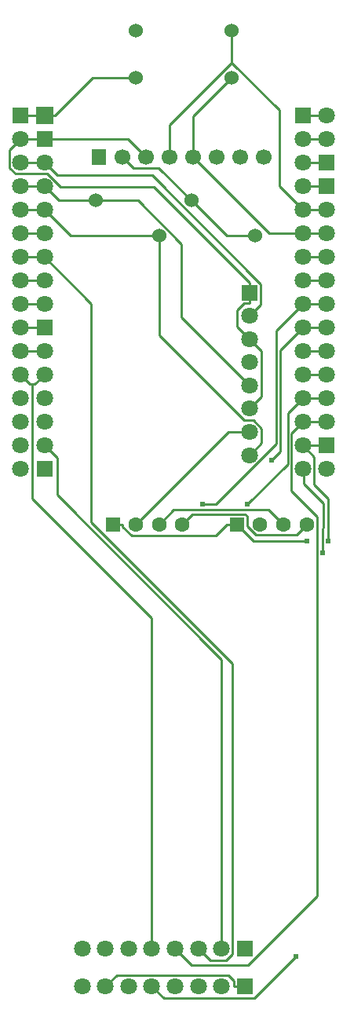
<source format=gbl>
G04 Layer: BottomLayer*
G04 EasyEDA v6.5.29, 2023-07-13 21:57:20*
G04 7a6f2c3726ca49e2bb2d1c28c44730f7,526de7724db94d99884824a7b7aad82a,10*
G04 Gerber Generator version 0.2*
G04 Scale: 100 percent, Rotated: No, Reflected: No *
G04 Dimensions in millimeters *
G04 leading zeros omitted , absolute positions ,4 integer and 5 decimal *
%FSLAX45Y45*%
%MOMM*%

%AMMACRO1*21,1,$1,$2,0,0,$3*%
%ADD10C,0.2540*%
%ADD11MACRO1,1.8X1.8X-90.0000*%
%ADD12R,1.8000X1.8000*%
%ADD13C,1.8000*%
%ADD14C,1.5240*%
%ADD15C,1.7000*%
%ADD16R,1.5748X1.7000*%
%ADD17R,1.7000X1.8000*%
%ADD18R,1.8000X1.7000*%
%ADD19C,1.6000*%
%ADD20R,1.6000X1.6000*%
%ADD21C,0.6100*%
%ADD22C,0.6096*%
%ADD23C,0.0116*%

%LPD*%
D10*
X3937000Y8521700D02*
G01*
X3937000Y8299704D01*
X4148322Y8088378D01*
X4140200Y7556500D01*
X3975100Y7683500D02*
G01*
X3396919Y7683500D01*
X3219119Y7861300D01*
X3928872Y8713724D02*
G01*
X4051300Y8591295D01*
X4051300Y8293100D01*
X4203700Y8140700D01*
X4203700Y7683500D01*
X3928798Y10491777D02*
G01*
X4188005Y10491777D01*
X881788Y9729777D02*
G01*
X1140995Y9729777D01*
X2127608Y7861302D02*
G01*
X3126209Y8859903D01*
X3352802Y8859903D01*
X3187778Y2882902D02*
G01*
X3187778Y2939341D01*
X3123465Y3003654D01*
X1921461Y3003654D01*
X1800710Y2882902D01*
X3300681Y2882902D02*
G01*
X3187778Y2882902D01*
X3928798Y11761777D02*
G01*
X4188005Y11761777D01*
X3410612Y10972802D02*
G01*
X3105812Y10972802D01*
X2724812Y11353802D01*
X1981202Y11823727D02*
G01*
X2101877Y11703052D01*
X2375562Y11703052D01*
X2724812Y11353802D01*
X881788Y12269777D02*
G01*
X1140995Y12269777D01*
X1258902Y12269777D02*
G01*
X1663753Y12674627D01*
X2126592Y12674627D01*
X1140995Y12269777D02*
G01*
X1258902Y12269777D01*
X3111197Y7861302D02*
G01*
X2988210Y7738315D01*
X2081532Y7738315D01*
X1985520Y7834327D01*
X1985520Y7861302D01*
X1877621Y7861302D02*
G01*
X1985520Y7861302D01*
X3352802Y10359900D02*
G01*
X3352802Y10246997D01*
X3352802Y10246997D02*
G01*
X3296338Y10246997D01*
X3220900Y10171559D01*
X3220900Y9991803D01*
X3352802Y9859901D01*
X3352802Y9859901D02*
G01*
X3484704Y9727999D01*
X3484704Y9241817D01*
X3352802Y9109915D01*
X3928798Y8713777D02*
G01*
X4188005Y8713777D01*
X3928798Y11507777D02*
G01*
X4188005Y11507777D01*
X2235202Y11823727D02*
G01*
X2043153Y12015777D01*
X1140995Y12015777D01*
X3352802Y10359900D02*
G01*
X3352802Y10472803D01*
X881788Y12015777D02*
G01*
X1140995Y12015777D01*
X881788Y12015777D02*
G01*
X763475Y11897464D01*
X763475Y11709021D01*
X828804Y11643692D01*
X1172085Y11643692D01*
X1311556Y11504221D01*
X2321384Y11504221D01*
X3352802Y10472803D01*
X3219122Y7861302D02*
G01*
X3218919Y7861302D01*
X3218919Y7861302D02*
G01*
X3111197Y7861302D01*
X3352802Y10109913D02*
G01*
X3472868Y10229979D01*
X3472868Y10455963D01*
X2302969Y11625861D01*
X1276911Y11625861D01*
X1140995Y11761777D01*
X881788Y11761777D02*
G01*
X1140995Y11761777D01*
X881788Y11507777D02*
G01*
X1140995Y11507777D01*
X3352802Y9359902D02*
G01*
X2620520Y10092184D01*
X2620520Y10886823D01*
X2153541Y11353802D01*
X1694792Y11353802D01*
X1694792Y11353802D02*
G01*
X1294970Y11353802D01*
X1140995Y11507777D01*
X881788Y11253777D02*
G01*
X1140995Y11253777D01*
X3352802Y8609916D02*
G01*
X3486025Y8743139D01*
X3486025Y8896454D01*
X3397582Y8984896D01*
X3295779Y8984896D01*
X2380592Y9900084D01*
X2380592Y10972802D01*
X2380592Y10972802D02*
G01*
X1421970Y10972802D01*
X1140995Y11253777D01*
X881788Y10999777D02*
G01*
X1140995Y10999777D01*
X3050720Y3289302D02*
G01*
X3050720Y6406847D01*
X1277063Y8180504D01*
X1277063Y8577709D01*
X1140995Y8713777D01*
X881788Y10491777D02*
G01*
X1140995Y10491777D01*
X881788Y10237777D02*
G01*
X1140995Y10237777D01*
X881788Y9983777D02*
G01*
X1140995Y9983777D01*
X881788Y10745777D02*
G01*
X1140995Y10745777D01*
X1140995Y10745777D02*
G01*
X1645211Y10241561D01*
X1645211Y7889471D01*
X3172487Y6362194D01*
X3172487Y3229333D01*
X3102841Y3159686D01*
X2930324Y3159686D01*
X2800708Y3289302D01*
X2300683Y3289302D02*
G01*
X2300683Y6850103D01*
X1011405Y8139381D01*
X1011405Y9373034D01*
X881788Y9475777D02*
G01*
X984531Y9373034D01*
X1011405Y9373034D01*
X1011405Y9373034D02*
G01*
X1038252Y9373034D01*
X1140995Y9475777D01*
X3928798Y12269777D02*
G01*
X4188005Y12269777D01*
X3928798Y12015777D02*
G01*
X4188005Y12015777D01*
X3719121Y7861302D02*
G01*
X3561361Y8019061D01*
X2535379Y8019061D01*
X2377620Y7861302D01*
X3928798Y11253777D02*
G01*
X4188005Y11253777D01*
X3928798Y11253777D02*
G01*
X3672944Y11509631D01*
X3672944Y12329340D01*
X3161007Y12841277D01*
X3156612Y13182627D02*
G01*
X3156612Y12845671D01*
X3161007Y12841277D01*
X3161007Y12841277D02*
G01*
X2489202Y12169472D01*
X2489202Y11823727D01*
X3969108Y7861302D02*
G01*
X3861005Y7753200D01*
X3419706Y7753200D01*
X3329713Y7843192D01*
X3329713Y7950761D01*
X3305990Y7974484D01*
X2740789Y7974484D01*
X2627607Y7861302D01*
X3928798Y10999777D02*
G01*
X4188005Y10999777D01*
X3156612Y12674627D02*
G01*
X2743202Y12261217D01*
X2743202Y11823727D01*
X2743202Y11823727D02*
G01*
X3567153Y10999777D01*
X3928798Y10999777D01*
X3928798Y9729777D02*
G01*
X4188005Y9729777D01*
X3928798Y9475777D02*
G01*
X4188005Y9475777D01*
X3928798Y8967777D02*
G01*
X4188005Y8967777D01*
X2550721Y3289302D02*
G01*
X2731315Y3108708D01*
X3339721Y3108708D01*
X4087192Y3856179D01*
X4087192Y7945274D01*
X3807259Y8225208D01*
X3807259Y8846238D01*
X3928798Y8967777D01*
X3928798Y10745777D02*
G01*
X4188005Y10745777D01*
X2300683Y2882902D02*
G01*
X2431620Y2751965D01*
X3403424Y2751965D01*
X3856230Y3204771D01*
X3928798Y10237777D02*
G01*
X4188005Y10237777D01*
X3928798Y10237777D02*
G01*
X3640660Y9949639D01*
X3640660Y8729296D01*
X2990496Y8079132D01*
X2847317Y8079132D01*
X3928798Y9983777D02*
G01*
X4188005Y9983777D01*
X3928798Y9983777D02*
G01*
X3689200Y9744179D01*
X3689200Y8646949D01*
X3594102Y8551852D01*
X3928798Y9221777D02*
G01*
X4188005Y9221777D01*
X3928798Y9221777D02*
G01*
X3766466Y9059445D01*
X3766466Y8515479D01*
X3329713Y8078726D01*
D11*
G01*
X1140993Y12269774D03*
D12*
G01*
X1140993Y12015774D03*
D13*
G01*
X1140993Y11761774D03*
G01*
X1140993Y11507774D03*
G01*
X1140993Y11253774D03*
G01*
X1140993Y10999774D03*
G01*
X1140993Y10745774D03*
G01*
X1140993Y10491774D03*
G01*
X1140993Y10237774D03*
D12*
G01*
X1140993Y9983774D03*
D13*
G01*
X1140993Y9729774D03*
G01*
X1140993Y9475774D03*
G01*
X1140993Y9221774D03*
G01*
X1140993Y8967774D03*
G01*
X1140993Y8713774D03*
D12*
G01*
X1140993Y8459774D03*
D13*
G01*
X4188002Y12269774D03*
G01*
X4188002Y12015774D03*
D12*
G01*
X4188002Y11761774D03*
G01*
X4188002Y11507774D03*
D13*
G01*
X4188002Y11253774D03*
G01*
X4188002Y10999774D03*
G01*
X4188002Y10745774D03*
G01*
X4188002Y10491774D03*
G01*
X4188002Y10237774D03*
G01*
X4188002Y9983774D03*
G01*
X4188002Y9729774D03*
G01*
X4188002Y9475774D03*
G01*
X4188002Y9221774D03*
G01*
X4188002Y8967774D03*
D12*
G01*
X4188002Y8713774D03*
D13*
G01*
X4188002Y8459774D03*
D14*
G01*
X2724810Y11353800D03*
G01*
X1694789Y11353800D03*
D15*
G01*
X3505200Y11823725D03*
G01*
X3251200Y11823725D03*
G01*
X2997200Y11823725D03*
G01*
X2743200Y11823725D03*
G01*
X2489200Y11823725D03*
G01*
X2235200Y11823725D03*
G01*
X1981200Y11823725D03*
D16*
G01*
X1727200Y11823725D03*
D14*
G01*
X3410610Y10972800D03*
G01*
X2380589Y10972800D03*
G01*
X3156610Y13182625D03*
G01*
X2126589Y13182625D03*
G01*
X2126589Y12674625D03*
G01*
X3156610Y12674625D03*
D12*
G01*
X881786Y12269774D03*
D13*
G01*
X881786Y12015774D03*
G01*
X881786Y11761774D03*
G01*
X881786Y11507774D03*
G01*
X881786Y11253774D03*
G01*
X881786Y10999774D03*
G01*
X881786Y10745774D03*
G01*
X881786Y10491774D03*
G01*
X881786Y10237774D03*
G01*
X881786Y9983774D03*
G01*
X881786Y9729774D03*
G01*
X881786Y9475774D03*
G01*
X881786Y9221774D03*
G01*
X881786Y8967774D03*
G01*
X881786Y8713774D03*
G01*
X881786Y8459774D03*
D12*
G01*
X3928795Y12269774D03*
D13*
G01*
X3928795Y12015774D03*
G01*
X3928795Y11761774D03*
G01*
X3928795Y11507774D03*
G01*
X3928795Y11253774D03*
G01*
X3928795Y10999774D03*
G01*
X3928795Y10745774D03*
G01*
X3928795Y10491774D03*
G01*
X3928795Y10237774D03*
G01*
X3928795Y9983774D03*
G01*
X3928795Y9729774D03*
G01*
X3928795Y9475774D03*
G01*
X3928795Y9221774D03*
G01*
X3928795Y8967774D03*
G01*
X3928795Y8713774D03*
G01*
X3928795Y8459774D03*
D17*
G01*
X3300679Y2882900D03*
D13*
G01*
X3050717Y2882900D03*
G01*
X2800705Y2882900D03*
G01*
X2550718Y2882900D03*
G01*
X2300681Y2882900D03*
G01*
X2050719Y2882900D03*
G01*
X1800707Y2882900D03*
G01*
X1550720Y2882900D03*
D17*
G01*
X3300679Y3289300D03*
D13*
G01*
X3050717Y3289300D03*
G01*
X2800705Y3289300D03*
G01*
X2550718Y3289300D03*
G01*
X2300681Y3289300D03*
G01*
X2050719Y3289300D03*
G01*
X1800707Y3289300D03*
G01*
X1550720Y3289300D03*
D18*
G01*
X3352800Y10359897D03*
D13*
G01*
X3352800Y10109911D03*
G01*
X3352800Y9859899D03*
G01*
X3352800Y9609912D03*
G01*
X3352800Y9359900D03*
G01*
X3352800Y9109913D03*
G01*
X3352800Y8859901D03*
G01*
X3352800Y8609914D03*
D19*
G01*
X2377617Y7861300D03*
G01*
X2627604Y7861300D03*
D20*
G01*
X1877618Y7861300D03*
D19*
G01*
X2127605Y7861300D03*
G01*
X3719118Y7861300D03*
G01*
X3969105Y7861300D03*
D20*
G01*
X3219119Y7861300D03*
D19*
G01*
X3469081Y7861300D03*
D21*
G01*
X3329713Y8078726D03*
G01*
X3594102Y8551852D03*
G01*
X2847317Y8079132D03*
G01*
X3856230Y3204771D03*
D22*
G01*
X4203700Y7683500D03*
G01*
X3975100Y7683500D03*
G01*
X4140200Y7556500D03*
M02*

</source>
